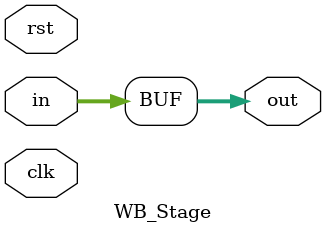
<source format=v>
module WB_Stage #(parameter N = 32)(clk, rst, in, out);
    input clk, rst;
    input [N-1:0]in;
    output [N-1:0] out;
    assign out = in;
endmodule
</source>
